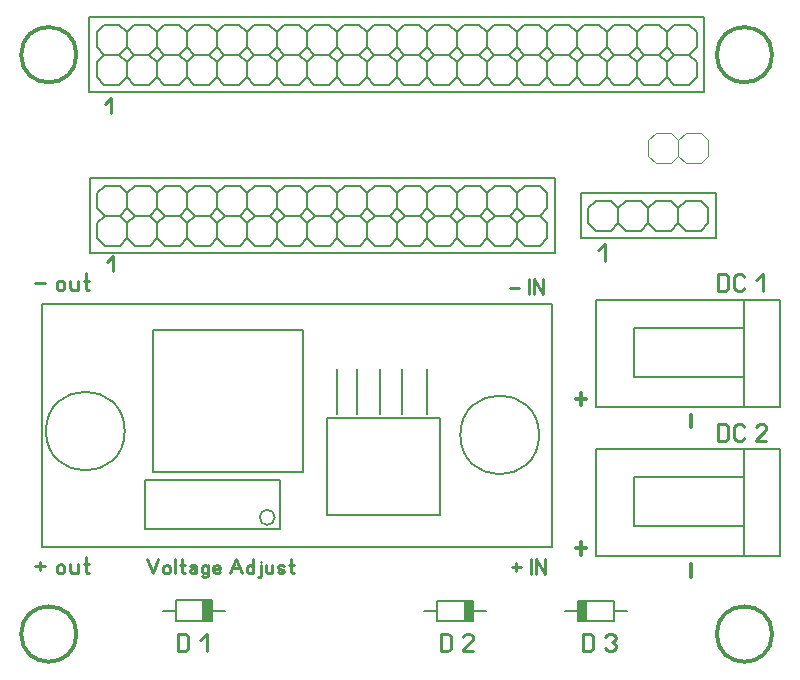
<source format=gbr>
%FSLAX34Y34*%
%MOMM*%
%LNCOPPER_BOTTOM*%
G71*
G01*
%ADD10C, 0.20*%
%ADD11C, 0.22*%
%ADD12C, 0.25*%
%ADD13C, 0.10*%
%ADD14C, 0.32*%
%ADD15C, 0.35*%
%LPD*%
G54D10*
X98028Y-25797D02*
X98028Y-19397D01*
X91728Y-13097D01*
X78928Y-13097D01*
X72628Y-19397D01*
X72628Y-32197D01*
X78928Y-38497D01*
X91728Y-38497D01*
X98028Y-32197D01*
X98028Y-25797D01*
G54D10*
X98028Y-51197D02*
X98028Y-44797D01*
X91728Y-38497D01*
X78928Y-38497D01*
X72628Y-44797D01*
X72628Y-57597D01*
X78928Y-63897D01*
X91728Y-63897D01*
X98028Y-57597D01*
X98028Y-51197D01*
G54D10*
X123428Y-25797D02*
X123428Y-19397D01*
X117128Y-13097D01*
X104328Y-13097D01*
X98028Y-19397D01*
X98028Y-32197D01*
X104328Y-38497D01*
X117128Y-38497D01*
X123428Y-32197D01*
X123428Y-25797D01*
G54D10*
X123428Y-51197D02*
X123428Y-44797D01*
X117128Y-38497D01*
X104328Y-38497D01*
X98028Y-44797D01*
X98028Y-57597D01*
X104328Y-63897D01*
X117128Y-63897D01*
X123428Y-57597D01*
X123428Y-51197D01*
G54D10*
X148828Y-25797D02*
X148828Y-19397D01*
X142528Y-13097D01*
X129728Y-13097D01*
X123428Y-19397D01*
X123428Y-32197D01*
X129728Y-38497D01*
X142528Y-38497D01*
X148828Y-32197D01*
X148828Y-25797D01*
G54D10*
X148828Y-51197D02*
X148828Y-44797D01*
X142528Y-38497D01*
X129728Y-38497D01*
X123428Y-44797D01*
X123428Y-57597D01*
X129728Y-63897D01*
X142528Y-63897D01*
X148828Y-57597D01*
X148828Y-51197D01*
G54D10*
X174228Y-25797D02*
X174228Y-19397D01*
X167928Y-13097D01*
X155128Y-13097D01*
X148828Y-19397D01*
X148828Y-32197D01*
X155128Y-38497D01*
X167928Y-38497D01*
X174228Y-32197D01*
X174228Y-25797D01*
G54D10*
X174228Y-51197D02*
X174228Y-44797D01*
X167928Y-38497D01*
X155128Y-38497D01*
X148828Y-44797D01*
X148828Y-57597D01*
X155128Y-63897D01*
X167928Y-63897D01*
X174228Y-57597D01*
X174228Y-51197D01*
G54D10*
X199628Y-25797D02*
X199628Y-19397D01*
X193328Y-13097D01*
X180528Y-13097D01*
X174228Y-19397D01*
X174228Y-32197D01*
X180528Y-38497D01*
X193328Y-38497D01*
X199628Y-32197D01*
X199628Y-25797D01*
G54D10*
X199628Y-51197D02*
X199628Y-44797D01*
X193328Y-38497D01*
X180528Y-38497D01*
X174228Y-44797D01*
X174228Y-57597D01*
X180528Y-63897D01*
X193328Y-63897D01*
X199628Y-57597D01*
X199628Y-51197D01*
G54D10*
X225028Y-25797D02*
X225028Y-19397D01*
X218728Y-13097D01*
X205928Y-13097D01*
X199628Y-19397D01*
X199628Y-32197D01*
X205928Y-38497D01*
X218728Y-38497D01*
X225028Y-32197D01*
X225028Y-25797D01*
G54D10*
X225028Y-51197D02*
X225028Y-44797D01*
X218728Y-38497D01*
X205928Y-38497D01*
X199628Y-44797D01*
X199628Y-57597D01*
X205928Y-63897D01*
X218728Y-63897D01*
X225028Y-57597D01*
X225028Y-51197D01*
G54D10*
X250528Y-25797D02*
X250528Y-19397D01*
X244228Y-13097D01*
X231428Y-13097D01*
X225128Y-19397D01*
X225128Y-32197D01*
X231428Y-38497D01*
X244228Y-38497D01*
X250528Y-32197D01*
X250528Y-25797D01*
G54D10*
X250528Y-51197D02*
X250528Y-44797D01*
X244228Y-38497D01*
X231428Y-38497D01*
X225128Y-44797D01*
X225128Y-57597D01*
X231428Y-63897D01*
X244228Y-63897D01*
X250528Y-57597D01*
X250528Y-51197D01*
G54D10*
X275928Y-25797D02*
X275928Y-19397D01*
X269628Y-13097D01*
X256828Y-13097D01*
X250528Y-19397D01*
X250528Y-32197D01*
X256828Y-38497D01*
X269628Y-38497D01*
X275928Y-32197D01*
X275928Y-25797D01*
G54D10*
X275928Y-51197D02*
X275928Y-44797D01*
X269628Y-38497D01*
X256828Y-38497D01*
X250528Y-44797D01*
X250528Y-57597D01*
X256828Y-63897D01*
X269628Y-63897D01*
X275928Y-57597D01*
X275928Y-51197D01*
G54D10*
X301328Y-25797D02*
X301328Y-19397D01*
X295028Y-13097D01*
X282228Y-13097D01*
X275928Y-19397D01*
X275928Y-32197D01*
X282228Y-38497D01*
X295028Y-38497D01*
X301328Y-32197D01*
X301328Y-25797D01*
G54D10*
X301328Y-51197D02*
X301328Y-44797D01*
X295028Y-38497D01*
X282228Y-38497D01*
X275928Y-44797D01*
X275928Y-57597D01*
X282228Y-63897D01*
X295028Y-63897D01*
X301328Y-57597D01*
X301328Y-51197D01*
G54D10*
X326728Y-25797D02*
X326728Y-19397D01*
X320428Y-13097D01*
X307628Y-13097D01*
X301328Y-19397D01*
X301328Y-32197D01*
X307628Y-38497D01*
X320428Y-38497D01*
X326728Y-32197D01*
X326728Y-25797D01*
G54D10*
X326728Y-51197D02*
X326728Y-44797D01*
X320428Y-38497D01*
X307628Y-38497D01*
X301328Y-44797D01*
X301328Y-57597D01*
X307628Y-63897D01*
X320428Y-63897D01*
X326728Y-57597D01*
X326728Y-51197D01*
G54D10*
X352128Y-25797D02*
X352128Y-19397D01*
X345828Y-13097D01*
X333028Y-13097D01*
X326728Y-19397D01*
X326728Y-32197D01*
X333028Y-38497D01*
X345828Y-38497D01*
X352128Y-32197D01*
X352128Y-25797D01*
G54D10*
X352128Y-51197D02*
X352128Y-44797D01*
X345828Y-38497D01*
X333028Y-38497D01*
X326728Y-44797D01*
X326728Y-57597D01*
X333028Y-63897D01*
X345828Y-63897D01*
X352128Y-57597D01*
X352128Y-51197D01*
G54D10*
X377528Y-25797D02*
X377528Y-19397D01*
X371228Y-13097D01*
X358428Y-13097D01*
X352128Y-19397D01*
X352128Y-32197D01*
X358428Y-38497D01*
X371228Y-38497D01*
X377528Y-32197D01*
X377528Y-25797D01*
G54D10*
X377528Y-51197D02*
X377528Y-44797D01*
X371228Y-38497D01*
X358428Y-38497D01*
X352128Y-44797D01*
X352128Y-57597D01*
X358428Y-63897D01*
X371228Y-63897D01*
X377528Y-57597D01*
X377528Y-51197D01*
G54D10*
X402928Y-25797D02*
X402928Y-19397D01*
X396628Y-13097D01*
X383828Y-13097D01*
X377528Y-19397D01*
X377528Y-32197D01*
X383828Y-38497D01*
X396628Y-38497D01*
X402928Y-32197D01*
X402928Y-25797D01*
G54D10*
X402928Y-51197D02*
X402928Y-44797D01*
X396628Y-38497D01*
X383828Y-38497D01*
X377528Y-44797D01*
X377528Y-57597D01*
X383828Y-63897D01*
X396628Y-63897D01*
X402928Y-57597D01*
X402928Y-51197D01*
G54D10*
X428328Y-25797D02*
X428328Y-19397D01*
X422028Y-13097D01*
X409228Y-13097D01*
X402928Y-19397D01*
X402928Y-32197D01*
X409228Y-38497D01*
X422028Y-38497D01*
X428328Y-32197D01*
X428328Y-25797D01*
G54D10*
X428328Y-51197D02*
X428328Y-44797D01*
X422028Y-38497D01*
X409228Y-38497D01*
X402928Y-44797D01*
X402928Y-57597D01*
X409228Y-63897D01*
X422028Y-63897D01*
X428328Y-57597D01*
X428328Y-51197D01*
G54D10*
X453728Y-25797D02*
X453728Y-19397D01*
X447428Y-13097D01*
X434628Y-13097D01*
X428328Y-19397D01*
X428328Y-32197D01*
X434628Y-38497D01*
X447428Y-38497D01*
X453728Y-32197D01*
X453728Y-25797D01*
G54D10*
X453728Y-51197D02*
X453728Y-44797D01*
X447428Y-38497D01*
X434628Y-38497D01*
X428328Y-44797D01*
X428328Y-57597D01*
X434628Y-63897D01*
X447428Y-63897D01*
X453728Y-57597D01*
X453728Y-51197D01*
G54D10*
X479128Y-25797D02*
X479128Y-19397D01*
X472828Y-13097D01*
X460028Y-13097D01*
X453728Y-19397D01*
X453728Y-32197D01*
X460028Y-38497D01*
X472828Y-38497D01*
X479128Y-32197D01*
X479128Y-25797D01*
G54D10*
X479128Y-51197D02*
X479128Y-44797D01*
X472828Y-38497D01*
X460028Y-38497D01*
X453728Y-44797D01*
X453728Y-57597D01*
X460028Y-63897D01*
X472828Y-63897D01*
X479128Y-57597D01*
X479128Y-51197D01*
G54D10*
X504528Y-25797D02*
X504528Y-19397D01*
X498228Y-13097D01*
X485428Y-13097D01*
X479128Y-19397D01*
X479128Y-32197D01*
X485428Y-38497D01*
X498228Y-38497D01*
X504528Y-32197D01*
X504528Y-25797D01*
G54D10*
X504528Y-51197D02*
X504528Y-44797D01*
X498228Y-38497D01*
X485428Y-38497D01*
X479128Y-44797D01*
X479128Y-57597D01*
X485428Y-63897D01*
X498228Y-63897D01*
X504528Y-57597D01*
X504528Y-51197D01*
G54D10*
X529928Y-25797D02*
X529928Y-19397D01*
X523628Y-13097D01*
X510828Y-13097D01*
X504528Y-19397D01*
X504528Y-32197D01*
X510828Y-38497D01*
X523628Y-38497D01*
X529928Y-32197D01*
X529928Y-25797D01*
G54D10*
X529928Y-51197D02*
X529928Y-44797D01*
X523628Y-38497D01*
X510828Y-38497D01*
X504528Y-44797D01*
X504528Y-57597D01*
X510828Y-63897D01*
X523628Y-63897D01*
X529928Y-57597D01*
X529928Y-51197D01*
G54D10*
X555328Y-25797D02*
X555328Y-19397D01*
X549028Y-13097D01*
X536228Y-13097D01*
X529928Y-19397D01*
X529928Y-32197D01*
X536228Y-38497D01*
X549028Y-38497D01*
X555328Y-32197D01*
X555328Y-25797D01*
G54D10*
X555328Y-51197D02*
X555328Y-44797D01*
X549028Y-38497D01*
X536228Y-38497D01*
X529928Y-44797D01*
X529928Y-57597D01*
X536228Y-63897D01*
X549028Y-63897D01*
X555328Y-57597D01*
X555328Y-51197D01*
G54D10*
X580728Y-25797D02*
X580728Y-19397D01*
X574428Y-13097D01*
X561628Y-13097D01*
X555328Y-19397D01*
X555328Y-32197D01*
X561628Y-38497D01*
X574428Y-38497D01*
X580728Y-32197D01*
X580728Y-25797D01*
G54D10*
X580728Y-51197D02*
X580728Y-44797D01*
X574428Y-38497D01*
X561628Y-38497D01*
X555328Y-44797D01*
X555328Y-57597D01*
X561628Y-63897D01*
X574428Y-63897D01*
X580728Y-57597D01*
X580728Y-51197D01*
G54D11*
X79955Y-80241D02*
X84622Y-75574D01*
X84622Y-88019D01*
G54D10*
X98425Y-162322D02*
X98425Y-155922D01*
X92125Y-149622D01*
X79325Y-149622D01*
X73025Y-155922D01*
X73025Y-168722D01*
X79325Y-175022D01*
X92125Y-175022D01*
X98425Y-168722D01*
X98425Y-162322D01*
G54D10*
X98425Y-187722D02*
X98425Y-181322D01*
X92125Y-175022D01*
X79325Y-175022D01*
X73025Y-181322D01*
X73025Y-194122D01*
X79325Y-200422D01*
X92125Y-200422D01*
X98425Y-194122D01*
X98425Y-187722D01*
G54D10*
X123825Y-162322D02*
X123825Y-155922D01*
X117525Y-149622D01*
X104725Y-149622D01*
X98425Y-155922D01*
X98425Y-168722D01*
X104725Y-175022D01*
X117525Y-175022D01*
X123825Y-168722D01*
X123825Y-162322D01*
G54D10*
X123825Y-187722D02*
X123825Y-181322D01*
X117525Y-175022D01*
X104725Y-175022D01*
X98425Y-181322D01*
X98425Y-194122D01*
X104725Y-200422D01*
X117525Y-200422D01*
X123825Y-194122D01*
X123825Y-187722D01*
G54D10*
X149225Y-162322D02*
X149225Y-155922D01*
X142925Y-149622D01*
X130125Y-149622D01*
X123825Y-155922D01*
X123825Y-168722D01*
X130125Y-175022D01*
X142925Y-175022D01*
X149225Y-168722D01*
X149225Y-162322D01*
G54D10*
X149225Y-187722D02*
X149225Y-181322D01*
X142925Y-175022D01*
X130125Y-175022D01*
X123825Y-181322D01*
X123825Y-194122D01*
X130125Y-200422D01*
X142925Y-200422D01*
X149225Y-194122D01*
X149225Y-187722D01*
G54D10*
X174625Y-162322D02*
X174625Y-155922D01*
X168325Y-149622D01*
X155525Y-149622D01*
X149225Y-155922D01*
X149225Y-168722D01*
X155525Y-175022D01*
X168325Y-175022D01*
X174625Y-168722D01*
X174625Y-162322D01*
G54D10*
X174625Y-187722D02*
X174625Y-181322D01*
X168325Y-175022D01*
X155525Y-175022D01*
X149225Y-181322D01*
X149225Y-194122D01*
X155525Y-200422D01*
X168325Y-200422D01*
X174625Y-194122D01*
X174625Y-187722D01*
G54D10*
X200025Y-162322D02*
X200025Y-155922D01*
X193725Y-149622D01*
X180925Y-149622D01*
X174625Y-155922D01*
X174625Y-168722D01*
X180925Y-175022D01*
X193725Y-175022D01*
X200025Y-168722D01*
X200025Y-162322D01*
G54D10*
X200025Y-187722D02*
X200025Y-181322D01*
X193725Y-175022D01*
X180925Y-175022D01*
X174625Y-181322D01*
X174625Y-194122D01*
X180925Y-200422D01*
X193725Y-200422D01*
X200025Y-194122D01*
X200025Y-187722D01*
G54D10*
X225425Y-162322D02*
X225425Y-155922D01*
X219125Y-149622D01*
X206325Y-149622D01*
X200025Y-155922D01*
X200025Y-168722D01*
X206325Y-175022D01*
X219125Y-175022D01*
X225425Y-168722D01*
X225425Y-162322D01*
G54D10*
X225425Y-187722D02*
X225425Y-181322D01*
X219125Y-175022D01*
X206325Y-175022D01*
X200025Y-181322D01*
X200025Y-194122D01*
X206325Y-200422D01*
X219125Y-200422D01*
X225425Y-194122D01*
X225425Y-187722D01*
G54D10*
X250925Y-162322D02*
X250925Y-155922D01*
X244625Y-149622D01*
X231825Y-149622D01*
X225525Y-155922D01*
X225525Y-168722D01*
X231825Y-175022D01*
X244625Y-175022D01*
X250925Y-168722D01*
X250925Y-162322D01*
G54D10*
X250925Y-187722D02*
X250925Y-181322D01*
X244625Y-175022D01*
X231825Y-175022D01*
X225525Y-181322D01*
X225525Y-194122D01*
X231825Y-200422D01*
X244625Y-200422D01*
X250925Y-194122D01*
X250925Y-187722D01*
G54D10*
X276325Y-162322D02*
X276325Y-155922D01*
X270025Y-149622D01*
X257225Y-149622D01*
X250925Y-155922D01*
X250925Y-168722D01*
X257225Y-175022D01*
X270025Y-175022D01*
X276325Y-168722D01*
X276325Y-162322D01*
G54D10*
X276325Y-187722D02*
X276325Y-181322D01*
X270025Y-175022D01*
X257225Y-175022D01*
X250925Y-181322D01*
X250925Y-194122D01*
X257225Y-200422D01*
X270025Y-200422D01*
X276325Y-194122D01*
X276325Y-187722D01*
G54D10*
X301725Y-162322D02*
X301725Y-155922D01*
X295425Y-149622D01*
X282625Y-149622D01*
X276325Y-155922D01*
X276325Y-168722D01*
X282625Y-175022D01*
X295425Y-175022D01*
X301725Y-168722D01*
X301725Y-162322D01*
G54D10*
X301725Y-187722D02*
X301725Y-181322D01*
X295425Y-175022D01*
X282625Y-175022D01*
X276325Y-181322D01*
X276325Y-194122D01*
X282625Y-200422D01*
X295425Y-200422D01*
X301725Y-194122D01*
X301725Y-187722D01*
G54D10*
X327125Y-162322D02*
X327125Y-155922D01*
X320825Y-149622D01*
X308025Y-149622D01*
X301725Y-155922D01*
X301725Y-168722D01*
X308025Y-175022D01*
X320825Y-175022D01*
X327125Y-168722D01*
X327125Y-162322D01*
G54D10*
X327125Y-187722D02*
X327125Y-181322D01*
X320825Y-175022D01*
X308025Y-175022D01*
X301725Y-181322D01*
X301725Y-194122D01*
X308025Y-200422D01*
X320825Y-200422D01*
X327125Y-194122D01*
X327125Y-187722D01*
G54D10*
X352525Y-162322D02*
X352525Y-155922D01*
X346225Y-149622D01*
X333425Y-149622D01*
X327125Y-155922D01*
X327125Y-168722D01*
X333425Y-175022D01*
X346225Y-175022D01*
X352525Y-168722D01*
X352525Y-162322D01*
G54D10*
X352525Y-187722D02*
X352525Y-181322D01*
X346225Y-175022D01*
X333425Y-175022D01*
X327125Y-181322D01*
X327125Y-194122D01*
X333425Y-200422D01*
X346225Y-200422D01*
X352525Y-194122D01*
X352525Y-187722D01*
G54D10*
X377925Y-162322D02*
X377925Y-155922D01*
X371625Y-149622D01*
X358825Y-149622D01*
X352525Y-155922D01*
X352525Y-168722D01*
X358825Y-175022D01*
X371625Y-175022D01*
X377925Y-168722D01*
X377925Y-162322D01*
G54D10*
X377925Y-187722D02*
X377925Y-181322D01*
X371625Y-175022D01*
X358825Y-175022D01*
X352525Y-181322D01*
X352525Y-194122D01*
X358825Y-200422D01*
X371625Y-200422D01*
X377925Y-194122D01*
X377925Y-187722D01*
G54D10*
X403325Y-162322D02*
X403325Y-155922D01*
X397025Y-149622D01*
X384225Y-149622D01*
X377925Y-155922D01*
X377925Y-168722D01*
X384225Y-175022D01*
X397025Y-175022D01*
X403325Y-168722D01*
X403325Y-162322D01*
G54D10*
X403325Y-187722D02*
X403325Y-181322D01*
X397025Y-175022D01*
X384225Y-175022D01*
X377925Y-181322D01*
X377925Y-194122D01*
X384225Y-200422D01*
X397025Y-200422D01*
X403325Y-194122D01*
X403325Y-187722D01*
G54D10*
X428725Y-162322D02*
X428725Y-155922D01*
X422425Y-149622D01*
X409625Y-149622D01*
X403325Y-155922D01*
X403325Y-168722D01*
X409625Y-175022D01*
X422425Y-175022D01*
X428725Y-168722D01*
X428725Y-162322D01*
G54D10*
X428725Y-187722D02*
X428725Y-181322D01*
X422425Y-175022D01*
X409625Y-175022D01*
X403325Y-181322D01*
X403325Y-194122D01*
X409625Y-200422D01*
X422425Y-200422D01*
X428725Y-194122D01*
X428725Y-187722D01*
G54D10*
X454125Y-162322D02*
X454125Y-155922D01*
X447825Y-149622D01*
X435025Y-149622D01*
X428725Y-155922D01*
X428725Y-168722D01*
X435025Y-175022D01*
X447825Y-175022D01*
X454125Y-168722D01*
X454125Y-162322D01*
G54D10*
X454125Y-187722D02*
X454125Y-181322D01*
X447825Y-175022D01*
X435025Y-175022D01*
X428725Y-181322D01*
X428725Y-194122D01*
X435025Y-200422D01*
X447825Y-200422D01*
X454125Y-194122D01*
X454125Y-187722D01*
G54D11*
X81542Y-213987D02*
X86209Y-209320D01*
X86209Y-221765D01*
G54D10*
X590578Y-168293D02*
X584278Y-161993D01*
X571478Y-161993D01*
X565178Y-168293D01*
X565178Y-181093D01*
X571478Y-187393D01*
X584278Y-187393D01*
X590578Y-181093D01*
X590578Y-168293D01*
G54D10*
X565178Y-168293D02*
X558878Y-161993D01*
X546078Y-161993D01*
X539778Y-168293D01*
X539778Y-181093D01*
X546078Y-187393D01*
X558878Y-187393D01*
X565178Y-181093D01*
X565178Y-168293D01*
G54D10*
X539778Y-168293D02*
X533478Y-161993D01*
X520678Y-161993D01*
X514378Y-168293D01*
X514378Y-181093D01*
X520678Y-187393D01*
X533478Y-187393D01*
X539778Y-181093D01*
X539778Y-168293D01*
G54D10*
X514378Y-168293D02*
X508078Y-161993D01*
X495278Y-161993D01*
X488978Y-168293D01*
X488978Y-181093D01*
X495278Y-187393D01*
X508078Y-187393D01*
X514378Y-181093D01*
X514378Y-168293D01*
G54D10*
X170378Y-517890D02*
X170378Y-500490D01*
X139978Y-500490D01*
X139978Y-517890D01*
X170378Y-517890D01*
G36*
X170278Y-517790D02*
X170278Y-501090D01*
X163078Y-501090D01*
X163078Y-517790D01*
X170278Y-517790D01*
G37*
G54D10*
X170278Y-517790D02*
X170278Y-501090D01*
X163078Y-501090D01*
X163078Y-517790D01*
X170278Y-517790D01*
G54D10*
X181378Y-509190D02*
X170278Y-509190D01*
G54D10*
X140078Y-509190D02*
X128978Y-509190D01*
G54D10*
X391437Y-518288D02*
X391437Y-500888D01*
X361037Y-500888D01*
X361037Y-518288D01*
X391437Y-518288D01*
G36*
X391337Y-518188D02*
X391337Y-501488D01*
X384137Y-501488D01*
X384137Y-518188D01*
X391337Y-518188D01*
G37*
G54D10*
X391337Y-518188D02*
X391337Y-501488D01*
X384137Y-501488D01*
X384137Y-518188D01*
X391337Y-518188D01*
G54D10*
X402437Y-509588D02*
X391337Y-509588D01*
G54D10*
X361137Y-509588D02*
X350037Y-509588D01*
G54D10*
X482600Y-155575D02*
X596900Y-155575D01*
X596900Y-193675D01*
X482600Y-193675D01*
X482600Y-155575D01*
G54D10*
X66278Y-6350D02*
X586978Y-6350D01*
X586978Y-69850D01*
X66278Y-69850D01*
X66278Y-6350D01*
G54D10*
X66675Y-142875D02*
X460375Y-142875D01*
X460375Y-206375D01*
X66675Y-206375D01*
X66675Y-142875D01*
G54D12*
X497468Y-204145D02*
X502801Y-198812D01*
X502801Y-213034D01*
G54D10*
X480100Y-500888D02*
X480100Y-518288D01*
X510500Y-518288D01*
X510500Y-500888D01*
X480100Y-500888D01*
G36*
X480200Y-500988D02*
X480200Y-517688D01*
X487400Y-517688D01*
X487400Y-500988D01*
X480200Y-500988D01*
G37*
G54D10*
X480200Y-500988D02*
X480200Y-517688D01*
X487400Y-517688D01*
X487400Y-500988D01*
X480200Y-500988D01*
G54D10*
X469100Y-509588D02*
X480200Y-509588D01*
G54D10*
X510400Y-509588D02*
X521500Y-509588D01*
G54D10*
X458390Y-455613D02*
X26590Y-455613D01*
X26590Y-249238D01*
X458390Y-249238D01*
X458390Y-455613D01*
G54D10*
X247253Y-392113D02*
X120253Y-392113D01*
X120253Y-271463D01*
X247253Y-271463D01*
X247253Y-392113D01*
G54D10*
X228203Y-439738D02*
X113903Y-439738D01*
X113903Y-398463D01*
X228203Y-398463D01*
X228203Y-439738D01*
G54D10*
G75*
G01X210740Y-430213D02*
G03X210740Y-430213I6350J0D01*
G01*
G54D10*
X363140Y-428626D02*
X267890Y-428626D01*
X267890Y-346076D01*
X363140Y-346076D01*
X363140Y-428626D01*
G54D10*
G75*
G01X380602Y-360363D02*
G03X380602Y-360363I33338J0D01*
G01*
G54D10*
G75*
G01X29765Y-357188D02*
G03X29765Y-357188I33338J0D01*
G01*
G54D10*
X352028Y-342901D02*
X352028Y-304801D01*
G54D10*
X312340Y-342901D02*
X312340Y-304801D01*
G54D10*
X275828Y-342901D02*
X275828Y-304801D01*
G54D10*
X293290Y-342901D02*
X293290Y-304801D01*
G54D10*
X331390Y-342901D02*
X331390Y-304801D01*
G54D12*
X20241Y-471398D02*
X28774Y-471398D01*
G54D12*
X24508Y-467842D02*
X24508Y-474953D01*
G54D12*
X45343Y-475486D02*
X45343Y-471931D01*
X44276Y-470153D01*
X42143Y-469620D01*
X40010Y-470153D01*
X38943Y-471931D01*
X38943Y-475486D01*
X40010Y-477264D01*
X42143Y-477620D01*
X44276Y-477264D01*
X45343Y-475486D01*
G54D12*
X56721Y-469620D02*
X56721Y-477620D01*
G54D12*
X56721Y-475842D02*
X55654Y-477264D01*
X53521Y-477620D01*
X51388Y-477264D01*
X50321Y-475842D01*
X50321Y-469620D01*
G54D12*
X63832Y-463398D02*
X63832Y-476731D01*
X64899Y-477620D01*
X65966Y-477264D01*
G54D12*
X61699Y-469620D02*
X65966Y-469620D01*
G54D12*
X20240Y-231685D02*
X28773Y-231685D01*
G54D12*
X45342Y-235774D02*
X45342Y-232218D01*
X44276Y-230441D01*
X42142Y-229907D01*
X40009Y-230441D01*
X38942Y-232218D01*
X38942Y-235774D01*
X40009Y-237552D01*
X42142Y-237907D01*
X44276Y-237552D01*
X45342Y-235774D01*
G54D12*
X56720Y-229907D02*
X56720Y-237907D01*
G54D12*
X56720Y-236130D02*
X55653Y-237552D01*
X53520Y-237907D01*
X51387Y-237552D01*
X50320Y-236130D01*
X50320Y-229907D01*
G54D12*
X63831Y-223685D02*
X63831Y-237018D01*
X64898Y-237907D01*
X65965Y-237552D01*
G54D12*
X61698Y-229907D02*
X65965Y-229907D01*
G54D11*
X424252Y-472329D02*
X431718Y-472329D01*
G54D11*
X427985Y-469218D02*
X427985Y-475440D01*
G54D11*
X440618Y-477773D02*
X440618Y-465329D01*
G54D11*
X444974Y-477773D02*
X444974Y-465329D01*
X452440Y-477773D01*
X452440Y-465329D01*
G54D11*
X422663Y-235790D02*
X430130Y-235790D01*
G54D11*
X439029Y-241235D02*
X439029Y-228790D01*
G54D11*
X443385Y-241235D02*
X443385Y-228790D01*
X450852Y-241235D01*
X450852Y-228790D01*
G54D13*
X590550Y-111075D02*
X584250Y-104775D01*
X571450Y-104775D01*
X565150Y-111075D01*
X565150Y-123875D01*
X571450Y-130175D01*
X584250Y-130175D01*
X590550Y-123875D01*
X590550Y-111075D01*
G54D13*
X565150Y-111075D02*
X558850Y-104775D01*
X546050Y-104775D01*
X539750Y-111075D01*
X539750Y-123875D01*
X546050Y-130175D01*
X558850Y-130175D01*
X565150Y-123875D01*
X565150Y-111075D01*
G54D10*
X495590Y-336468D02*
X495590Y-245981D01*
X651165Y-245981D01*
X651165Y-336468D01*
X495590Y-336468D01*
G54D10*
X621003Y-245981D02*
X621003Y-336468D01*
G54D10*
X621003Y-311068D02*
X527340Y-311068D01*
X527340Y-269793D01*
X621003Y-269793D01*
G54D14*
X482653Y-324562D02*
X482653Y-335229D01*
G54D14*
X478209Y-329896D02*
X487098Y-329896D01*
G54D14*
X575919Y-343215D02*
X575919Y-353882D01*
G54D10*
X495590Y-463072D02*
X495590Y-372584D01*
X651165Y-372584D01*
X651165Y-463072D01*
X495590Y-463072D01*
G54D10*
X621003Y-372584D02*
X621003Y-463072D01*
G54D10*
X621003Y-437672D02*
X527340Y-437672D01*
X527340Y-396396D01*
X621003Y-396396D01*
G54D14*
X482653Y-451165D02*
X482653Y-461832D01*
G54D14*
X478209Y-456498D02*
X487098Y-456498D01*
G54D14*
X575919Y-469818D02*
X575919Y-480485D01*
G54D12*
X599068Y-238434D02*
X599068Y-224212D01*
X604401Y-224212D01*
X606534Y-225100D01*
X607601Y-226878D01*
X607601Y-235767D01*
X606534Y-237545D01*
X604401Y-238434D01*
X599068Y-238434D01*
G54D12*
X621112Y-235767D02*
X620045Y-237545D01*
X617912Y-238434D01*
X615778Y-238434D01*
X613645Y-237545D01*
X612578Y-235767D01*
X612578Y-226878D01*
X613645Y-225100D01*
X615778Y-224212D01*
X617912Y-224212D01*
X620045Y-225100D01*
X621112Y-226878D01*
G54D12*
X631280Y-229545D02*
X636614Y-224212D01*
X636614Y-238434D01*
G54D12*
X599068Y-365434D02*
X599068Y-351212D01*
X604401Y-351212D01*
X606534Y-352100D01*
X607601Y-353878D01*
X607601Y-362767D01*
X606534Y-364545D01*
X604401Y-365434D01*
X599068Y-365434D01*
G54D12*
X621112Y-362767D02*
X620045Y-364545D01*
X617912Y-365434D01*
X615778Y-365434D01*
X613645Y-364545D01*
X612578Y-362767D01*
X612578Y-353878D01*
X613645Y-352100D01*
X615778Y-351212D01*
X617912Y-351212D01*
X620045Y-352100D01*
X621112Y-353878D01*
G54D12*
X639814Y-365434D02*
X631280Y-365434D01*
X631280Y-364545D01*
X632347Y-362767D01*
X638747Y-357434D01*
X639814Y-355656D01*
X639814Y-353878D01*
X638747Y-352100D01*
X636614Y-351212D01*
X634480Y-351212D01*
X632347Y-352100D01*
X631280Y-353878D01*
G54D12*
X141868Y-543234D02*
X141868Y-529012D01*
X147201Y-529012D01*
X149334Y-529900D01*
X150401Y-531678D01*
X150401Y-540567D01*
X149334Y-542345D01*
X147201Y-543234D01*
X141868Y-543234D01*
G54D12*
X160570Y-534345D02*
X165903Y-529012D01*
X165903Y-543234D01*
G54D12*
X364118Y-543234D02*
X364118Y-529012D01*
X369451Y-529012D01*
X371584Y-529900D01*
X372651Y-531678D01*
X372651Y-540567D01*
X371584Y-542345D01*
X369451Y-543234D01*
X364118Y-543234D01*
G54D12*
X391353Y-543234D02*
X382820Y-543234D01*
X382820Y-542345D01*
X383886Y-540567D01*
X390286Y-535234D01*
X391353Y-533456D01*
X391353Y-531678D01*
X390286Y-529900D01*
X388153Y-529012D01*
X386020Y-529012D01*
X383886Y-529900D01*
X382820Y-531678D01*
G54D12*
X484768Y-543234D02*
X484768Y-529012D01*
X490101Y-529012D01*
X492234Y-529900D01*
X493301Y-531678D01*
X493301Y-540567D01*
X492234Y-542345D01*
X490101Y-543234D01*
X484768Y-543234D01*
G54D12*
X503470Y-531678D02*
X504536Y-529900D01*
X506670Y-529012D01*
X508803Y-529012D01*
X510936Y-529900D01*
X512003Y-531678D01*
X512003Y-533456D01*
X510936Y-535234D01*
X508803Y-536123D01*
X510936Y-537012D01*
X512003Y-538789D01*
X512003Y-540567D01*
X510936Y-542345D01*
X508803Y-543234D01*
X506670Y-543234D01*
X504536Y-542345D01*
X503470Y-540567D01*
G54D11*
X115491Y-465175D02*
X120158Y-477620D01*
X124824Y-465175D01*
G54D11*
X134780Y-475753D02*
X134780Y-472642D01*
X133847Y-471086D01*
X131980Y-470620D01*
X130114Y-471086D01*
X129180Y-472642D01*
X129180Y-475753D01*
X130114Y-477309D01*
X131980Y-477620D01*
X133847Y-477309D01*
X134780Y-475753D01*
G54D11*
X139136Y-477620D02*
X139136Y-465175D01*
G54D11*
X145359Y-465175D02*
X145359Y-476842D01*
X146292Y-477620D01*
X147226Y-477309D01*
G54D11*
X143492Y-470620D02*
X147226Y-470620D01*
G54D11*
X151581Y-471398D02*
X153448Y-470620D01*
X155688Y-470620D01*
X157181Y-472175D01*
X157181Y-477620D01*
G54D11*
X157181Y-475286D02*
X156248Y-473731D01*
X154381Y-473420D01*
X152514Y-473731D01*
X151581Y-475286D01*
X151954Y-476842D01*
X153448Y-477620D01*
X154381Y-477620D01*
X154754Y-477620D01*
X156248Y-476842D01*
X157181Y-475286D01*
G54D11*
X161537Y-479953D02*
X163404Y-480731D01*
X164710Y-480731D01*
X166577Y-479953D01*
X167137Y-478398D01*
X167137Y-470620D01*
G54D11*
X167137Y-472642D02*
X166204Y-471086D01*
X164337Y-470620D01*
X162470Y-471086D01*
X161537Y-472642D01*
X161537Y-475753D01*
X162470Y-477309D01*
X164337Y-477620D01*
X166204Y-477309D01*
X167137Y-475753D01*
G54D11*
X177093Y-476842D02*
X175600Y-477620D01*
X173733Y-477620D01*
X171866Y-476842D01*
X171493Y-475286D01*
X171493Y-472642D01*
X172426Y-471086D01*
X174293Y-470620D01*
X176160Y-471086D01*
X177093Y-472175D01*
X177093Y-473731D01*
X171493Y-473731D01*
G54D11*
X185992Y-477620D02*
X190659Y-465175D01*
X195326Y-477620D01*
G54D11*
X187859Y-472953D02*
X193459Y-472953D01*
G54D11*
X205281Y-477620D02*
X205281Y-465175D01*
G54D11*
X205281Y-472642D02*
X204348Y-471086D01*
X202481Y-470620D01*
X200614Y-471086D01*
X199681Y-472642D01*
X199681Y-475753D01*
X200614Y-477309D01*
X202481Y-477620D01*
X204348Y-477309D01*
X205281Y-475753D01*
G54D11*
X211504Y-468286D02*
X211504Y-468286D01*
G54D11*
X209637Y-480731D02*
X210570Y-480731D01*
X211504Y-479486D01*
X211504Y-470620D01*
G54D11*
X221460Y-470620D02*
X221460Y-477620D01*
G54D11*
X221460Y-476064D02*
X220527Y-477309D01*
X218660Y-477620D01*
X216794Y-477309D01*
X215860Y-476064D01*
X215860Y-470620D01*
G54D11*
X225816Y-476842D02*
X227683Y-477620D01*
X229550Y-477620D01*
X231416Y-476842D01*
X231416Y-475286D01*
X230483Y-474509D01*
X226750Y-473731D01*
X225816Y-472953D01*
X225816Y-471398D01*
X227683Y-470620D01*
X229550Y-470620D01*
X231416Y-471398D01*
G54D11*
X237639Y-465175D02*
X237639Y-476842D01*
X238572Y-477620D01*
X239506Y-477309D01*
G54D11*
X235772Y-470620D02*
X239506Y-470620D01*
G54D15*
G75*
G01X644525Y-529034D02*
G03X644525Y-529034I-23416J0D01*
G01*
G54D15*
G75*
G01X644525Y-38497D02*
G03X644525Y-38497I-23416J0D01*
G01*
G54D15*
G75*
G01X55563Y-38497D02*
G03X55563Y-38497I-23416J0D01*
G01*
G54D15*
G75*
G01X55563Y-529034D02*
G03X55563Y-529034I-23416J0D01*
G01*
M02*

</source>
